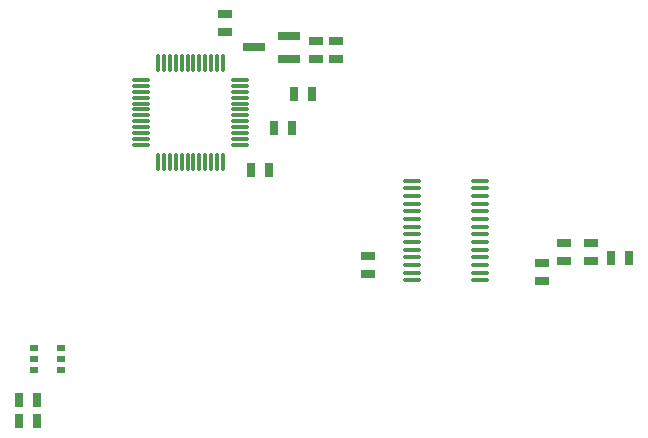
<source format=gbr>
%TF.GenerationSoftware,KiCad,Pcbnew,7.0.8+dfsg-1*%
%TF.CreationDate,2023-12-11T23:30:08+02:00*%
%TF.ProjectId,extra_av_out,65787472-615f-4617-965f-6f75742e6b69,rev?*%
%TF.SameCoordinates,Original*%
%TF.FileFunction,Paste,Top*%
%TF.FilePolarity,Positive*%
%FSLAX46Y46*%
G04 Gerber Fmt 4.6, Leading zero omitted, Abs format (unit mm)*
G04 Created by KiCad (PCBNEW 7.0.8+dfsg-1) date 2023-12-11 23:30:08*
%MOMM*%
%LPD*%
G01*
G04 APERTURE LIST*
G04 Aperture macros list*
%AMRoundRect*
0 Rectangle with rounded corners*
0 $1 Rounding radius*
0 $2 $3 $4 $5 $6 $7 $8 $9 X,Y pos of 4 corners*
0 Add a 4 corners polygon primitive as box body*
4,1,4,$2,$3,$4,$5,$6,$7,$8,$9,$2,$3,0*
0 Add four circle primitives for the rounded corners*
1,1,$1+$1,$2,$3*
1,1,$1+$1,$4,$5*
1,1,$1+$1,$6,$7*
1,1,$1+$1,$8,$9*
0 Add four rect primitives between the rounded corners*
20,1,$1+$1,$2,$3,$4,$5,0*
20,1,$1+$1,$4,$5,$6,$7,0*
20,1,$1+$1,$6,$7,$8,$9,0*
20,1,$1+$1,$8,$9,$2,$3,0*%
G04 Aperture macros list end*
%ADD10R,1.143000X0.635000*%
%ADD11R,0.635000X1.143000*%
%ADD12R,1.900000X0.800000*%
%ADD13RoundRect,0.075000X-0.662500X-0.075000X0.662500X-0.075000X0.662500X0.075000X-0.662500X0.075000X0*%
%ADD14RoundRect,0.075000X-0.075000X-0.662500X0.075000X-0.662500X0.075000X0.662500X-0.075000X0.662500X0*%
%ADD15R,0.700000X0.510000*%
%ADD16RoundRect,0.100000X0.637500X0.100000X-0.637500X0.100000X-0.637500X-0.100000X0.637500X-0.100000X0*%
G04 APERTURE END LIST*
D10*
%TO.C,C11*%
X96810000Y-70054000D03*
X96810000Y-68530000D03*
%TD*%
D11*
%TO.C,C13*%
X102728000Y-68070000D03*
X104252000Y-68070000D03*
%TD*%
D10*
%TO.C,C20*%
X77700000Y-51222000D03*
X77700000Y-49698000D03*
%TD*%
D12*
%TO.C,D1*%
X75440000Y-51220000D03*
X75440000Y-49320000D03*
X72440000Y-50270000D03*
%TD*%
D10*
%TO.C,R1*%
X82110000Y-69484000D03*
X82110000Y-67960000D03*
%TD*%
%TO.C,R2*%
X98750000Y-68330000D03*
X98750000Y-66806000D03*
%TD*%
%TO.C,R3*%
X101010000Y-68330000D03*
X101010000Y-66806000D03*
%TD*%
%TO.C,R4*%
X69980000Y-47438000D03*
X69980000Y-48962000D03*
%TD*%
D11*
%TO.C,R5*%
X77402000Y-54200000D03*
X75878000Y-54200000D03*
%TD*%
%TO.C,R6*%
X74188000Y-57060000D03*
X75712000Y-57060000D03*
%TD*%
%TO.C,R7*%
X72218000Y-60690000D03*
X73742000Y-60690000D03*
%TD*%
D10*
%TO.C,R8*%
X79410000Y-49696000D03*
X79410000Y-51220000D03*
%TD*%
D13*
%TO.C,U1*%
X62927500Y-53030000D03*
X62927500Y-53530000D03*
X62927500Y-54030000D03*
X62927500Y-54530000D03*
X62927500Y-55030000D03*
X62927500Y-55530000D03*
X62927500Y-56030000D03*
X62927500Y-56530000D03*
X62927500Y-57030000D03*
X62927500Y-57530000D03*
X62927500Y-58030000D03*
X62927500Y-58530000D03*
D14*
X64340000Y-59942500D03*
X64840000Y-59942500D03*
X65340000Y-59942500D03*
X65840000Y-59942500D03*
X66340000Y-59942500D03*
X66840000Y-59942500D03*
X67340000Y-59942500D03*
X67840000Y-59942500D03*
X68340000Y-59942500D03*
X68840000Y-59942500D03*
X69340000Y-59942500D03*
X69840000Y-59942500D03*
D13*
X71252500Y-58530000D03*
X71252500Y-58030000D03*
X71252500Y-57530000D03*
X71252500Y-57030000D03*
X71252500Y-56530000D03*
X71252500Y-56030000D03*
X71252500Y-55530000D03*
X71252500Y-55030000D03*
X71252500Y-54530000D03*
X71252500Y-54030000D03*
X71252500Y-53530000D03*
X71252500Y-53030000D03*
D14*
X69840000Y-51617500D03*
X69340000Y-51617500D03*
X68840000Y-51617500D03*
X68340000Y-51617500D03*
X67840000Y-51617500D03*
X67340000Y-51617500D03*
X66840000Y-51617500D03*
X66340000Y-51617500D03*
X65840000Y-51617500D03*
X65340000Y-51617500D03*
X64840000Y-51617500D03*
X64340000Y-51617500D03*
%TD*%
D15*
%TO.C,U3*%
X53810000Y-75720000D03*
X53810000Y-76670000D03*
X53810000Y-77620000D03*
X56130000Y-77620000D03*
X56130000Y-76670000D03*
X56130000Y-75720000D03*
%TD*%
D16*
%TO.C,U2*%
X91582500Y-70007000D03*
X91582500Y-69357000D03*
X91582500Y-68707000D03*
X91582500Y-68057000D03*
X91582500Y-67407000D03*
X91582500Y-66757000D03*
X91582500Y-66107000D03*
X91582500Y-65457000D03*
X91582500Y-64807000D03*
X91582500Y-64157000D03*
X91582500Y-63507000D03*
X91582500Y-62857000D03*
X91582500Y-62207000D03*
X91582500Y-61557000D03*
X85857500Y-61557000D03*
X85857500Y-62207000D03*
X85857500Y-62857000D03*
X85857500Y-63507000D03*
X85857500Y-64157000D03*
X85857500Y-64807000D03*
X85857500Y-65457000D03*
X85857500Y-66107000D03*
X85857500Y-66757000D03*
X85857500Y-67407000D03*
X85857500Y-68057000D03*
X85857500Y-68707000D03*
X85857500Y-69357000D03*
X85857500Y-70007000D03*
%TD*%
D11*
%TO.C,FB1*%
X52586000Y-81890000D03*
X54110000Y-81890000D03*
%TD*%
%TO.C,FB2*%
X52586000Y-80150000D03*
X54110000Y-80150000D03*
%TD*%
M02*

</source>
